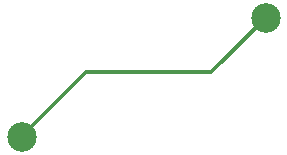
<source format=gbr>
%TF.GenerationSoftware,KiCad,Pcbnew,9.0.0*%
%TF.CreationDate,2025-07-21T10:24:21-07:00*%
%TF.ProjectId,chordlet,63686f72-646c-4657-942e-6b696361645f,rev?*%
%TF.SameCoordinates,Original*%
%TF.FileFunction,Copper,L2,Bot*%
%TF.FilePolarity,Positive*%
%FSLAX46Y46*%
G04 Gerber Fmt 4.6, Leading zero omitted, Abs format (unit mm)*
G04 Created by KiCad (PCBNEW 9.0.0) date 2025-07-21 10:24:21*
%MOMM*%
%LPD*%
G01*
G04 APERTURE LIST*
%TA.AperFunction,ViaPad*%
%ADD10C,2.500000*%
%TD*%
%TA.AperFunction,Conductor*%
%ADD11C,0.300000*%
%TD*%
G04 APERTURE END LIST*
D10*
%TO.N,VCC*%
X217300000Y-88400000D03*
X196650000Y-98450000D03*
%TD*%
D11*
%TO.N,VCC*%
X197000000Y-98100000D02*
X202100000Y-93000000D01*
X197000000Y-98900000D02*
X197000000Y-98100000D01*
X212700000Y-93000000D02*
X217300000Y-88400000D01*
X202100000Y-93000000D02*
X212700000Y-93000000D01*
%TD*%
M02*

</source>
